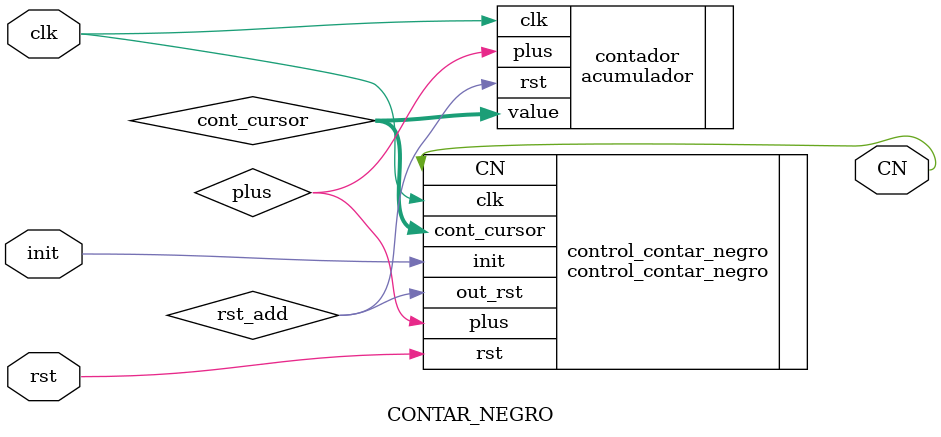
<source format=v>
module CONTAR_NEGRO(
    clk,
    rst,
    init,
    CN
);

    input clk;
    input rst;
    input init;


    wire [23:0] cont_cursor;
    wire plus;
    wire rst_add;


    output wire CN;


    acumulador #(
        .WIDTH(24),
        .RST_VALUE(0),
        .PLUS_VALUE(1),
        .POS_EDGE(1)
    ) contador(
        .clk(clk),
        .rst(rst_add),
        .plus(plus),
        .value(cont_cursor)
    );

    control_contar_negro control_contar_negro(
        .clk(clk),
        .rst(rst),
        .init(init),
        .cont_cursor(cont_cursor),
        .CN(CN),
        .plus(plus),
        .out_rst(rst_add)
    );


endmodule
</source>
